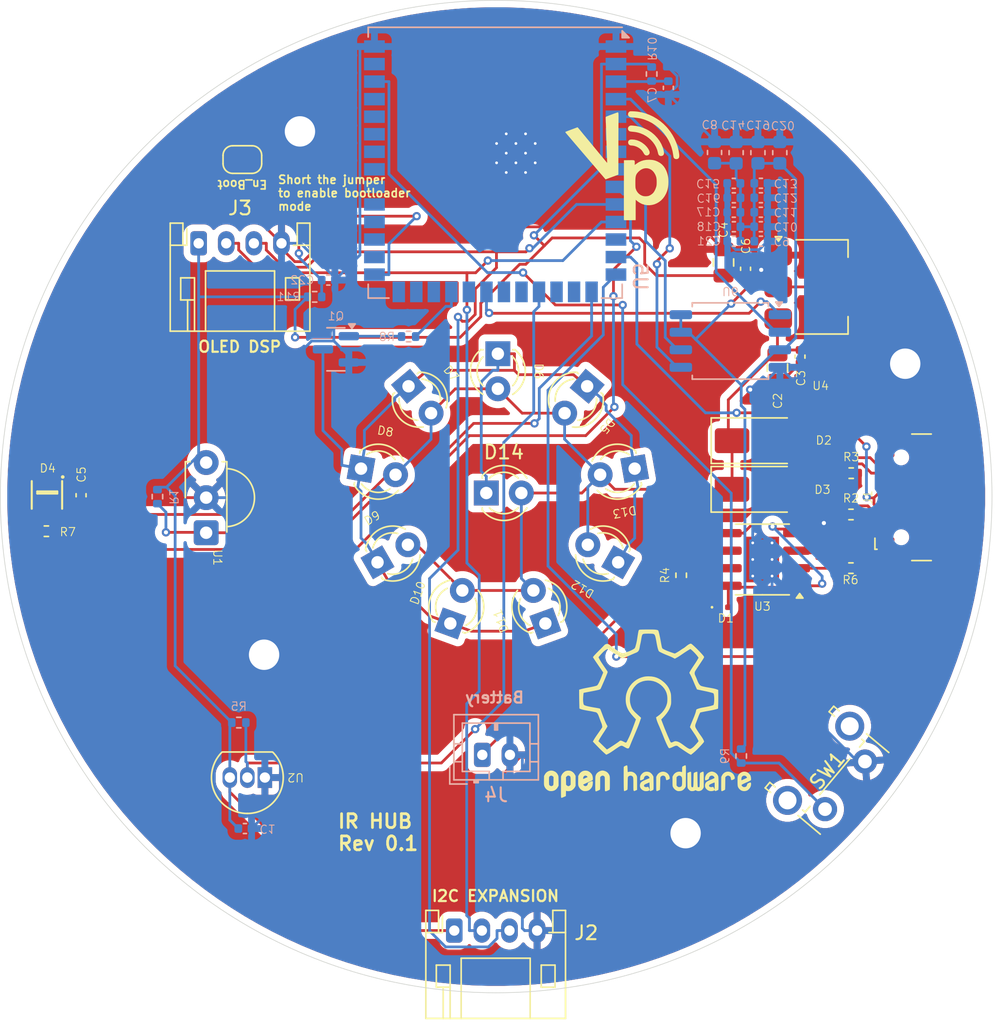
<source format=kicad_pcb>
(kicad_pcb (version 20241229) (generator "pcbnew") (generator_version "9.0")
  (layers (0 "F.Cu" signal) (2 "B.Cu" signal) (13 "F.Paste" user) (15 "B.Paste" user) (5 "F.SilkS" user "F.Silkscreen") (7 "B.SilkS" user "B.Silkscreen") (1 "F.Mask" user) (3 "B.Mask" user) (25 "Edge.Cuts" user))
  (net 0 "")
  (net 1 "+3.3V")
  (net 2 "GND")
  (net 3 "VCC")
  (net 4 "/EN")
  (net 5 "Net-(En_Boot1-A)")
  (net 6 "Net-(D1-A)")
  (net 7 "Net-(D1-K)")
  (net 8 "+BATT")
  (net 10 "Net-(D4-DIN)")
  (net 11 "Net-(D10-K)")
  (net 12 "Net-(J1-CC1)")
  (net 13 "Net-(J1-CC2)")
  (net 14 "/DN")
  (net 15 "/DP")
  (net 18 "/IO17_SDA")
  (net 19 "/IO18_SCL")
  (net 20 "Net-(Q1-B)")
  (net 21 "/IO3")
  (net 22 "Net-(U3-~{CHRG})")
  (net 23 "/IO10")
  (net 24 "Net-(U3-PROG)")
  (net 25 "/IO16")
  (net 26 "/IO21")
  (net 27 "/IO2")
  (net 34 "/IO13")
  (net 38 "/IO5")
  (net 44 "/IO4")
  (net 46 "/IO15")
  (footprint "LED_THT:LED_D3.0mm_IRBlack" (layer "F.Cu") (at 150.5945 94.0388 70)
    (property "Reference" "D10")
    (property "Value" "TSAL4400")
  )
  (footprint "LED_THT:LED_D3.0mm_IRBlack" (layer "F.Cu") (at 162.7546 89.6129 150)
    (property "Reference" "D12")
    (property "Value" "TSAL4400")
  )
  (footprint "LED_THT:LED_D3.0mm_IRBlack" (layer "F.Cu") (at 153.1996 84.596)
    (property "Reference" "D14")
    (property "Value" "TSAL4400")
  )
  (footprint "Connector_JST:JST_PH_S4B-PH-K_1x04_P2.00mm_Horizontal" (layer "F.Cu") (at 150.8799 116.2717)
    (property "Reference" "J2")
    (property "Value" "I2C EXPANSION" (hide yes))
  )
  (footprint "" (layer "F.Cu") (at 183.55065 75.236419)
    (property "Reference" "")
    (property "Value" "")
  )
  (footprint "Resistor_SMD:R_0402_1005Metric" (layer "F.Cu") (at 167.3196 90.5492 90)
    (property "Reference" "R4")
    (property "Value" "1K" (hide yes))
  )
  (footprint "LED_THT:LED_D3.0mm_IRBlack" (layer "F.Cu") (at 145.3198 89.6129 30)
    (property "Reference" "D9")
    (property "Value" "TSAL4400")
  )
  (footprint "LED_THT:LED_D3.0mm_IRBlack" (layer "F.Cu") (at 157.48 94.0388 110)
    (property "Reference" "D11")
    (property "Value" "TSAL4400")
  )
  (footprint "Capacitor_SMD:C_0402_1005Metric" (layer "F.Cu") (at 123.8433 84.7564 90)
    (property "Reference" "C5")
    (property "Value" "0.1uf" (hide yes))
  )
  (footprint "Resistor_SMD:R_0402_1005Metric" (layer "F.Cu") (at 179.6209 86.1514)
    (property "Reference" "R2")
    (property "Value" "5.1K" (hide yes))
  )
  (footprint "Capacitor_SMD:C_0402_1005Metric" (layer "F.Cu") (at 175.9253 74.7232 -90)
    (property "Reference" "C3")
    (property "Value" "0.1uf" (hide yes))
  )
  (footprint "" (layer "F.Cu") (at 139.7 58.42)
    (property "Reference" "")
    (property "Value" "")
  )
  (footprint "Capacitor_SMD:C_0805_2012Metric" (layer "F.Cu") (at 170.3851 67.9071 90)
    (property "Reference" "C4")
    (property "Value" "22uf" (hide yes))
  )
  (footprint "" (layer "F.Cu") (at 137.101413 96.302615)
    (property "Reference" "")
    (property "Value" "")
  )
  (footprint "Resistor_SMD:R_0402_1005Metric" (layer "F.Cu") (at 179.6377 83.1605)
    (property "Reference" "R3")
    (property "Value" "5.1K" (hide yes))
  )
  (footprint "vp logo:Open HW" (layer "F.Cu") (at 164.880074 100.567032)
    (property "Reference" "G***" (hide yes))
    (property "Value" "LOGO" (hide yes))
  )
  (footprint "LED_THT:LED_D3.0mm_IRBlack" (layer "F.Cu") (at 160.5075 76.8689 -130)
    (property "Reference" "D5")
    (property "Value" "TSAL4400")
  )
  (footprint "LED_THT:LED_D3.0mm_IRBlack" (layer "F.Cu") (at 154.0372 74.5139 -90)
    (property "Reference" "D6")
    (property "Value" "TSAL4400")
  )
  (footprint "Resistor_SMD:R_0402_1005Metric" (layer "F.Cu") (at 179.6171 90.0345 180)
    (property "Reference" "R6")
    (property "Value" "5K" (hide yes))
  )
  (footprint "LED_THT:LED_D3.0mm_IRBlack" (layer "F.Cu") (at 147.5669 76.8689 -50)
    (property "Reference" "D7")
    (property "Value" "TSAL4400")
  )
  (footprint "Capacitor_SMD:C_0805_2012Metric" (layer "F.Cu") (at 174.2934 75.5184 -90)
    (property "Reference" "C2")
    (property "Value" "10uf" (hide yes))
  )
  (footprint "Button_Switch_THT:SW_Tactile_SPST_Angled_PTS645Vx83-2LFS" (layer "F.Cu") (at 180.634 104.0346 -130)
    (property "Reference" "SW1")
    (property "Value" "BTN" (hide yes))
  )
  (footprint "MountingHole:MountingHole_2.2mm_M2_DIN965_Pad" (layer "F.Cu") (at 167.64 109.22)
    (property "Reference" "REF**" (hide yes))
    (property "Value" "MountingHole_2.2mm_M2_DIN965_Pad")
  )
  (footprint "OptoDevice:Vishay_MINICAST-3Pin" (layer "F.Cu") (at 132.9048 87.4714 90)
    (property "Reference" "U1")
    (property "Value" "TSOP384xx")
  )
  (footprint "Connector_USB:USB_C_Receptacle_GCT_USB4110" (layer "F.Cu") (at 185.8713 84.9084 90)
    (property "Reference" "J1")
    (property "Value" "USB_C_Receptacle_USB2.0_16P" (hide yes))
  )
  (footprint "LED_SMD:LED_0201_0603Metric" (layer "F.Cu") (at 170.4118 92.8661)
    (property "Reference" "D1")
    (property "Value" "BAT_Ch" (hide yes))
  )
  (footprint "Diode_SMD:D_SMA" (layer "F.Cu") (at 172.9991 84.3285)
    (property "Reference" "D3")
    (property "Value" "SS14" (hide yes))
  )
  (footprint "vp logo:vp logo" (layer "F.Cu") (at 163.32601 60.938408)
    (property "Reference" "G***" (hide yes))
    (property "Value" "LOGO" (hide yes))
  )
  (footprint "WS2812C 2020 LED:LED-SMD_4P-L2.0-W2.0-TL_WS2812B-2020" (layer "F.Cu") (at 121.37 84.735 -90)
    (property "Reference" "D4")
    (property "Value" "WS2812B-2020" (hide yes))
  )
  (footprint "Package_SO:SOIC-8-1EP_3.9x4.9mm_P1.27mm_EP2.41x3.3mm_ThermalVias" (layer "F.Cu") (at 173.2027 89.4078 180)
    (property "Reference" "U3")
    (property "Value" "TP4056-42-ESOP8" (hide yes))
  )
  (footprint "LED_THT:LED_D3.0mm_IRBlack" (layer "F.Cu") (at 163.9503 82.8319 -170)
    (property "Reference" "D13")
    (property "Value" "TSAL4400")
  )
  (footprint "Package_TO_SOT_SMD:SOT-223-3_TabPin2" (layer "F.Cu") (at 177.499 69.6786)
    (property "Reference" "U4")
    (property "Value" "AMS1117-3.3" (hide yes))
  )
  (footprint "LED_THT:LED_D3.0mm_IRBlack" (layer "F.Cu") (at 144.1242 82.8319 -10)
    (property "Reference" "D8")
    (property "Value" "TSAL4400")
  )
  (footprint "Jumper:SolderJumper-2_P1.3mm_Open_RoundedPad1.0x1.5mm" (layer "F.Cu") (at 135.5283 60.4575 180)
    (property "Reference" "En_Boot")
    (property "Value" "SolderJumper_2_Open" (hide yes))
  )
  (footprint "Resistor_SMD:R_0402_1005Metric" (layer "F.Cu") (at 121.3299 87.3617)
    (property "Reference" "R7")
    (property "Value" "330R" (hide yes))
  )
  (footprint "Package_TO_SOT_THT:TO-92_Inline" (layer "F.Cu") (at 137.16 105.1933 180)
    (property "Reference" "U2")
    (property "Value" "DS18B20")
  )
  (footprint "Capacitor_SMD:C_0402_1005Metric" (layer "F.Cu") (at 171.9828 68.3648 90)
    (property "Reference" "C6")
    (property "Value" "0.1uf" (hide yes))
  )
  (footprint "Connector_JST:JST_PH_S4B-PH-K_1x04_P2.00mm_Horizontal" (layer "F.Cu") (at 132.3613 66.5205)
    (property "Reference" "J3")
    (property "Value" "OLED DSP" (hide yes))
  )
  (footprint "Diode_SMD:D_SMA" (layer "F.Cu") (at 173.0041 80.8107)
    (property "Reference" "D2")
    (property "Value" "SS14" (hide yes))
  )
  (footprint "Resistor_SMD:R_0402_1005Metric" (layer "B.Cu") (at 147.5716 73.2705 180)
    (property "Reference" "R8")
    (property "Value" "1K" (hide yes))
  )
  (footprint "Resistor_SMD:R_0402_1005Metric" (layer "B.Cu") (at 140.7659 70.3961)
    (property "Reference" "R11")
    (property "Value" "10K" (hide yes))
  )
  (footprint "Capacitor_SMD:C_0402_1005Metric" (layer "B.Cu") (at 173.098 66.3676)
    (property "Reference" "C9")
    (property "Value" "10uF" (hide yes))
  )
  (footprint "Capacitor_SMD:C_0402_1005Metric" (layer "B.Cu") (at 135.7137 108.8858)
    (property "Reference" "C1")
    (property "Value" "100NF" (hide yes))
  )
  (footprint "Package_TO_SOT_SMD:SOT-23" (layer "B.Cu") (at 142.3029 74.1939 180)
    (property "Reference" "Q1")
    (property "Value" "SS8050" (hide yes))
  )
  (footprint "Capacitor_SMD:C_0603_1608Metric" (layer "B.Cu") (at 174.4629 59.9574 -90)
    (property "Reference" "C20")
    (property "Value" "10uF" (hide yes))
  )
  (footprint "Resistor_SMD:R_0402_1005Metric" (layer "B.Cu") (at 135.2713 101.2143 180)
    (property "Reference" "R5")
    (property "Value" "4.7K" (hide yes))
  )
  (footprint "Resistor_SMD:R_0402_1005Metric" (layer "B.Cu") (at 165.179 54.2644 -90)
    (property "Reference" "R10")
    (property "Value" "10K" (hide yes))
  )
  (footprint "Capacitor_SMD:C_0402_1005Metric" (layer "B.Cu") (at 141.753 69.1852)
    (property "Reference" "C22")
    (property "Value" "1uF" (hide yes))
  )
  (footprint "Capacitor_SMD:C_0402_1005Metric" (layer "B.Cu") (at 171.1351 66.3669)
    (property "Reference" "C21")
    (property "Value" "10uF" (hide yes))
  )
  (footprint "Capacitor_SMD:C_0402_1005Metric" (layer "B.Cu") (at 171.1351 63.2265)
    (property "Reference" "C16")
    (property "Value" "100 nF" (hide yes))
  )
  (footprint "Capacitor_SMD:C_0402_1005Metric" (layer "B.Cu") (at 173.0898 64.2719)
    (property "Reference" "C11")
    (property "Value" "100 nF" (hide yes))
  )
  (footprint "Resistor_SMD:R_0402_1005Metric" (layer "B.Cu") (at 171.6676 103.6348 -90)
    (property "Reference" "R9")
    (property "Value" "330R" (hide yes))
  )
  (footprint "Capacitor_SMD:C_0402_1005Metric" (layer "B.Cu") (at 173.0939 62.1761)
    (property "Reference" "C13")
    (property "Value" "100 nF" (hide yes))
  )
  (footprint "Capacitor_SMD:C_0402_1005Metric" (layer "B.Cu") (at 171.1307 64.2762)
    (property "Reference" "C17")
    (property "Value" "100 nF" (hide yes))
  )
  (footprint "Capacitor_SMD:C_0402_1005Metric" (layer "B.Cu") (at 171.1307 62.1812)
    (property "Reference" "C15")
    (property "Value" "10uF" (hide yes))
  )
  (footprint "Capacitor_SMD:C_0402_1005Metric" (layer "B.Cu") (at 166.3898 55.2676 -90)
    (property "Reference" "C7")
    (property "Value" "1uF" (hide yes))
  )
  (footprint "Capacitor_SMD:C_0402_1005Metric" (layer "B.Cu") (at 173.0939 63.224)
    (property "Reference" "C12")
    (property "Value" "100 nF" (hide yes))
  )
  (footprint "Capacitor_SMD:C_0603_1608Metric" (layer "B.Cu") (at 169.7366 59.9471 90)
    (property "Reference" "C8")
    (property "Value" "22 uF" (hide yes))
  )
  (footprint "RF_Module:ESP32-S3-WROOM-1U" (layer "B.Cu") (at 153.8451 60.6854 180)
    (property "Reference" "U5")
    (property "Value" "ESP32-S3-WROOM-2" (hide yes))
  )
  (footprint "Capacitor_SMD:C_0603_1608Metric" (layer "B.Cu") (at 172.8796 59.9574 90)
    (property "Reference" "C19")
    (property "Value" "10uF" (hide yes))
  )
  (footprint "Capacitor_SMD:C_0402_1005Metric" (layer "B.Cu") (at 171.1351 65.3216)
    (property "Reference" "C18")
    (property "Value" "100 nF" (hide yes))
  )
  (footprint "Capacitor_SMD:C_0402_1005Metric" (layer "B.Cu") (at 173.0887 65.3195)
    (property "Reference" "C10")
    (property "Value" "10uF" (hide yes))
  )
  (footprint "Connector_JST:JST_PH_B2B-PH-K_1x02_P2.00mm_Vertical" (layer "B.Cu") (at 152.912 103.5523)
    (property "Reference" "J4")
    (property "Value" "battery" (hide yes))
  )
  (footprint "Capacitor_SMD:C_0603_1608Metric" (layer "B.Cu") (at 171.301 59.9581 90)
    (property "Reference" "C14")
    (property "Value" "22 uF" (hide yes))
  )
  (footprint "Package_SO:SOIC-8_5.3x5.3mm_P1.27mm" (layer "B.Cu") (at 170.8825 73.5929 180)
    (property "Reference" "U6")
    (property "Value" "W25Q32JVSS" (hide yes))
  )
  (footprint "Resistor_SMD:R_0402_1005Metric" (layer "B.Cu") (at 129.3747 84.8584 90)
    (property "Reference" "R1")
    (property "Value" "10K" (hide yes))
  )
  (gr_circle (center 153.915292 84.853722) (end 179.315292 110.253722) (stroke (width 0.05)) (fill no) (layer "Edge.Cuts"))
  (gr_text "Short the jumper \nto enable bootloader \nmode" (at 138.048989 64.198501 0) (layer "F.SilkS") (effects (font (size 0.6 0.6) (thickness 0.12) (bold yes)) (justify left bottom)))
  (gr_text "IR HUB\nRev 0.1" (at 142.345917 110.552669 0) (layer "F.SilkS") (effects (font (size 1 1) (thickness 0.2) (bold yes)) (justify left bottom)))
  (gr_text "I2C EXPANSION" (at 149.169161 114.238344 0) (layer "F.SilkS") (effects (font (size 0.8 0.8) (thickness 0.16) (bold yes)) (justify left bottom)))
  (gr_text "OLED DSP" (at 132.239531 74.476176 0) (layer "F.SilkS") (effects (font (size 0.8 0.8) (thickness 0.16) (bold yes)) (justify left bottom)))
  (gr_text "Battery" (at 156.018509 99.871268 0) (layer "B.SilkS") (effects (font (size 0.8 0.8) (thickness 0.16) (bold yes)) (justify left bottom mirror)))
  (segment (start 151.3052 73.3272) (end 139.3478 73.3272) (width 0.2) (layer "F.Cu") (net 1))
  (segment (start 165.5192 68.8571) (end 164.6777 68.0156) (width 0.2) (layer "F.Cu") (net 1))
  (segment (start 170.3851 68.8571) (end 165.5192 68.8571) (width 0.2) (layer "F.Cu") (net 1))
  (segment (start 172.1503 69.0123) (end 171.9828 68.8448) (width 0.2) (layer "F.Cu") (net 1))
  (segment (start 171.9705 68.8571) (end 171.9828 68.8448) (width 0.2) (layer "F.Cu") (net 1))
  (segment (start 174.349 69.6786) (end 172.1503 69.6786) (width 0.2) (layer "F.Cu") (net 1))
  (segment (start 172.1503 69.6786) (end 170.9375 70.8914) (width 0.2) (layer "F.Cu") (net 1))
  (segment (start 180.649 69.6786) (end 174.349 69.6786) (width 0.2) (layer "F.Cu") (net 1))
  (segment (start 144.6467 116.2717) (end 134.62 106.245) (width 0.2) (layer "F.Cu") (net 1))
  (segment (start 164.6777 66.5202) (end 164.2912 66.1337) (width 0.2) (layer "F.Cu") (net 1))
  (segment (start 157.4073 66.6959) (end 156.6526 65.9413) (width 0.2) (layer "F.Cu") (net 1))
  (segment (start 156.0633 68.0399) (end 155.6159 68.0399) (width 0.2) (layer "F.Cu") (net 1))
  (segment (start 157.4073 66.6959) (end 156.0633 68.0399) (width 0.2) (layer "F.Cu") (net 1))
  (segment (start 134.62 105.1933) (end 134.62 106.245) (width 0.2) (layer "F.Cu") (net 1))
  (segment (start 152.8001 70.8557) (end 152.8001 71.8323) (width 0.2) (layer "F.Cu") (net 1))
  (segment (start 164.2912 66.1337) (end 157.9695 66.1337) (width 0.2) (layer "F.Cu") (net 1))
  (segment (start 150.8799 116.2717) (end 144.6467 116.2717) (width 0.2) (layer "F.Cu") (net 1))
  (segment (start 155.6159 68.0399) (end 152.8001 70.8557) (width 0.2) (layer "F.Cu") (net 1))
  (segment (start 164.6777 68.0156) (end 164.6777 66.5202) (width 0.2) (layer "F.Cu") (net 1))
  (segment (start 152.8001 71.8323) (end 151.3052 73.3272) (width 0.2) (layer "F.Cu") (net 1))
  (segment (start 170.3851 68.8571) (end 171.9705 68.8571) (width 0.2) (layer "F.Cu") (net 1))
  (segment (start 157.9695 66.1337) (end 157.4073 66.6959) (width 0.2) (layer "F.Cu") (net 1))
  (segment (start 172.1503 69.6786) (end 172.1503 69.0123) (width 0.2) (layer "F.Cu") (net 1))
  (via (at 156.6526 65.9413) (size 0.6) (drill 0.3) (layers "F.Cu" "B.Cu") (net 1))
  (via (at 170.9375 70.8914) (size 0.6) (drill 0.3) (layers "F.Cu" "B.Cu") (net 1))
  (via (at 139.3478 73.3272) (size 0.6) (drill 0.3) (layers "F.Cu" "B.Cu") (net 1))
  (segment (start 168.3623 73.4666) (end 171.6676 76.772) (width 0.2) (layer "B.Cu") (net 1))
  (segment (start 135.2337 108.8858) (end 134.62 108.2721) (width 0.2) (layer "B.Cu") (net 1))
  (segment (start 162.5951 53.5454) (end 164.97 53.5454) (width 0.2) (layer "B.Cu") (net 1))
  (segment (start 171.301 61.8715) (end 171.6107 62.1812) (width 0.2) (layer "B.Cu") (net 1))
  (segment (start 171.29 60.7221) (end 171.301 60.7331) (width 0.2) (layer "B.Cu") (net 1))
  (segment (start 170.9375 70.8914) (end 168.3623 73.4666) (width 0.2) (layer "B.Cu") (net 1))
  (segment (start 134.7613 101.2143) (end 134.62 101.3556) (width 0.2) (layer "B.Cu") (net 1))
  (segment (start 172.6098 63.2281) (end 172.6098 64.2719) (width 0.2) (layer "B.Cu") (net 1))
  (segment (start 174.47 74.2279) (end 174.7483 74.2279) (width 0.2) (layer "B.Cu") (net 1))
  (segment (start 130.0348 84.1744) (end 132.3613 81.8479) (width 0.2) (layer "B.Cu") (net 1))
  (segment (start 171.6151 64.2718) (end 171.6151 63.2265) (width 0.2) (layer "B.Cu") (net 1))
  (segment (start 167.8535 72.9579) (end 168.3623 73.4666) (width 0.2) (layer "B.Cu") (net 1))
  (segment (start 171.6151 64.2806) (end 171.6151 65.3216) (width 0.2) (layer "B.Cu") (net 1))
  (segment (start 172.6139 63.224) (end 172.6098 63.2281) (width 0.2) (layer "B.Cu") (net 1))
  (segment (start 130.0347 84.1744) (end 129.5487 84.1744) (width 0.2) (layer "B.Cu") (net 1))
  (segment (start 175.6185 61.888) (end 174.4629 60.7324) (width 0.2) (layer "B.Cu") (net 1))
  (segment (start 172.6087 66.3583) (end 172.6087 65.3216) (width 0.2) (layer "B.Cu") (net 1))
  (segment (start 156.6526 65.9413) (end 161.5434 61.0505) (width 0.2) (layer "B.Cu") (net 1))
  (segment (start 171.301 60.7331) (end 171.301 61.8715) (width 0.2) (layer "B.Cu") (net 1))
  (segment (start 174.4629 60.7324) (end 172.8796 60.7324) (width 0.2) (layer "B.Cu") (net 1))
  (segment (start 172.6139 60.9981) (end 172.6139 62.1761) (width 0.2) (layer "B.Cu") (net 1))
  (segment (start 132.3613 70.3961) (end 132.3613 81.8479) (width 0.2) (layer "B.Cu") (net 1))
  (segment (start 171.9376 78.5432) (end 171.6676 78.2732) (width 0.2) (layer "B.Cu") (net 1))
  (segment (start 172.6087 65.3216) (end 171.6151 65.3216) (width 0.2) (layer "B.Cu") (net 1))
  (segment (start 164.97 53.5454) (end 165.179 53.7544) (width 0.2) (layer "B.Cu") (net 1))
  (segment (start 172.6087 65.3216) (end 172.6087 65.3195) (width 0.2) (layer "B.Cu") (net 1))
  (segment (start 134.62 101.3556) (end 134.62 105.1933) (width 0.2) (layer "B.Cu") (net 1))
  (segment (start 130.658 84.7977) (end 130.0348 84.1744) (width 0.2) (layer "B.Cu") (net 1))
  (segment (start 172.6098 65.3184) (end 172.6098 64.2719) (width 0.2) (layer "B.Cu") (net 1))
  (segment (start 171.6107 63.2221) (end 171.6107 62.1812) (width 0.2) (layer "B.Cu") (net 1))
  (segment (start 130.658 97.111) (end 130.658 84.7977) (width 0.2) (layer "B.Cu") (net 1))
  (segment (start 140.2559 70.3961) (end 139.3478 71.3042) (width 0.2) (layer "B.Cu") (net 1))
  (segment (start 171.6107 64.2762) (end 171.6151 64.2806) (width 0.2) (layer "B.Cu") (net 1))
  (segment (start 171.6107 64.2762) (end 171.6151 64.2718) (width 0.2) (layer "B.Cu") (net 1))
  (segment (start 140.2559 70.3961) (end 132.3613 70.3961) (width 0.2) (layer "B.Cu") (net 1))
  (segment (start 134.62 108.2721) (end 134.62 105.1933) (width 0.2) (layer "B.Cu") (net 1))
  (segment (start 161.5434 61.0505) (end 161.5434 53.5454) (width 0.2) (layer "B.Cu") (net 1))
  (segment (start 175.6185 73.3577) (end 175.6185 61.888) (width 0.2) (layer "B.Cu") (net 1))
  (segment (start 139.3478 71.3042) (end 139.3478 73.3272) (width 0.2) (layer "B.Cu") (net 1))
  (segment (start 132.3613 66.5205) (end 132.3613 70.3961) (width 0.2) (layer "B.Cu") (net 1))
  (segment (start 169.7366 60.7221) (end 171.29 60.7221) (width 0.2) (layer "B.Cu") (net 1))
  (segment (start 167.295 72.9579) (end 167.8535 72.9579) (width 0.2) (layer "B.Cu") (net 1))
  (segment (start 129.5487 84.1744) (end 129.3747 84.3484) (width 0.2) (layer "B.Cu") (net 1))
  (segment (start 171.6676 78.2732) (end 171.6676 76.772) (width 0.2) (layer "B.Cu") (net 1))
  (segment (start 172.8796 60.7324) (end 172.6139 60.9981) (width 0.2) (layer "B.Cu") (net 1))
  (segment (start 171.6151 63.2265) (end 171.6107 63.2221) (width 0.2) (layer "B.Cu") (net 1))
  (segment (start 174.7483 74.2279) (end 175.6185 73.3577) (width 0.2) (layer "B.Cu") (net 1))
  (segment (start 162.5951 53.5454) (end 161.5434 53.5454) (width 0.2) (layer "B.Cu") (net 1))
  (segment (start 174.2117 74.2279) (end 174.47 74.2279) (width 0.2) (layer "B.Cu") (net 1))
  (segment (start 134.7613 101.2143) (end 130.658 97.111) (width 0.2) (layer "B.Cu") (net 1))
  (segment (start 171.6151 66.3669) (end 171.6151 65.3216) (width 0.2) (layer "B.Cu") (net 1))
  (segment (start 172.6139 63.224) (end 172.6139 62.1761) (width 0.2) (layer "B.Cu") (net 1))
  (segment (start 171.9376 102.8548) (end 171.9376 78.5432) (width 0.2) (layer "B.Cu") (net 1))
  (segment (start 132.3613 81.8479) (end 132.9048 82.3914) (width 0.2) (layer "B.Cu") (net 1))
  (segment (start 171.6676 76.772) (end 174.2117 74.2279) (width 0.2) (layer "B.Cu") (net 1))
  (segment (start 171.6676 103.1248) (end 171.9376 102.8548) (width 0.2) (layer "B.Cu") (net 1))
  (segment (start 167.295 72.9579) (end 167.295 71.6879) (width 0.2) (layer "B.Cu") (net 1))
  (segment (start 172.6087 65.3195) (end 172.6098 65.3184) (width 0.2) (layer "B.Cu") (net 1))
  (segment (start 172.618 66.3676) (end 172.6087 66.3583) (width 0.2) (layer "B.Cu") (net 1))
  (segment (start 130.0348 84.1744) (end 130.0347 84.1744) (width 0.2) (layer "B.Cu") (net 1))
  (segment (start 124.4983 84.9314) (end 123.8433 84.2764) (width 0.2) (layer "F.Cu") (net 2))
  (segment (start 134.8783 63.0375) (end 138.3613 66.5205) (width 0.2) (layer "F.Cu") (net 2))
  (segment (start 173.6492 77.1126) (end 174.2934 76.4684) (width 0.2) (layer "F.Cu") (net 2))
  (segment (start 180.1309 86.3217) (end 180.1309 86.1514) (width 0.2) (layer "F.Cu") (net 2))
  (segment (start 173.9027 89.4078) (end 173.2027 89.4078) (width 0.2) (layer "F.Cu") (net 2))
  (segment (start 174.4677 88.7728) (end 175.6777 88.7728) (width 0.2) (layer "F.Cu") (net 2))
  (segment (start 180.7182 89.4434) (end 180.1271 90.0345) (width 0.2) (layer "F.Cu") (net 2))
  (segment (start 182.1913 89.4434) (end 180.7182 89.4434) (width 0.2) (layer "F.Cu") (net 2))
  (segment (start 180.1477 83.1605) (end 178.5387 84.7695) (width 0.2) (layer "F.Cu") (net 2))
  (segment (start 173.1182 68.4432) (end 173.1182 67.8848) (width 0.2) (layer "F.Cu") (net 2))
  (segment (start 173.1182 67.8848) (end 173.8428 67.8848) (width 0.2) (layer "F.Cu") (net 2))
  (segment (start 142.4385 65.3303) (end 139.92 67.8488) (width 0.2) (layer "F.Cu") (net 2))
  (segment (start 153.9451 59.2954) (end 155.3451 59.2954) (width 0.2) (layer "F.Cu") (net 2))
  (segment (start 178.5387 86.5175) (end 178.5399 86.5163) (width 0.2) (layer "F.Cu") (net 2))
  (segment (start 179.4363 76.4684) (end 182.7663 79.7984) (width 0.2) (layer "F.Cu") (net 2))
  (segment (start 132.9048 84.9314) (end 124.4983 84.9314) (width 0.2) (layer "F.Cu") (net 2))
  (segment (start 171.9828 67.8848) (end 173.1182 67.8848) (width 0.2) (layer "F.Cu") (net 2))
  (segment (start 174.6601 76.4684) (end 175.9253 75.2032) (width 0.2) (layer "F.Cu") (net 2))
  (segment (start 182.1913 81.7084) (end 182.191299 81.7084) (width 0.2) (layer "F.Cu") (net 2))
  (segment (start 156.0451 65.3303) (end 156.0451 61.3954) (width 0.2) (layer "F.Cu") (net 2))
  (segment (start 182.7663 79.7984) (end 182.7663 81.1334) (width 0.2) (layer "F.Cu") (net 2))
  (segment (start 181.5269 88.7728) (end 182.1913 88.1084) (width 0.2) (layer "F.Cu") (net 2))
  (segment (start 177.6569 86.7714) (end 179.5109 86.7714) (width 0.2) (layer "F.Cu") (net 2))
  (segment (start 138.3613 66.8845) (end 138.3613 66.5205) (width 0.2) (layer "F.Cu") (net 2))
  (segment (start 186.6963 79.7984) (end 182.7663 79.7984) (width 0.2) (layer "F.Cu") (net 2))
  (segment (start 123.548 84.5717) (end 123.8433 84.2764) (width 0.2) (layer "F.Cu") (net 2))
  (segment (start 173.8428 67.8848) (end 174.349 67.3786) (width 0.2) (layer "F.Cu") (net 2))
  (segment (start 172.3175 77.1126) (end 173.6492 77.1126) (width 0.2) (layer "F.Cu") (net 2))
  (segment (start 156.296 104.0346) (end 155.8137 103.5523) (width 0.2) (layer "F.Cu") (net 2))
  (segment (start 154.6451 59.9954) (end 156.0451 59.9954) (width 0.2) (layer "F.Cu") (net 2))
  (segment (start 139.3256 67.8488) (end 138.3613 66.8845) (width 0.2) (layer "F.Cu") (net 2))
  (segment (start 171.3128 67.8848) (end 171.9828 67.8848) (width 0.2) (layer "F.Cu") (net 2))
  (segment (start 182.7663 81.1334) (end 182.1913 81.7084) (width 0.2) (layer "F.Cu") (net 2))
  (segment (start 172.5027 89.4078) (end 173.2027 89.4078) (width 0.2) (layer "F.Cu") (net 2))
  (segment (start 178.28924 86.7714) (end 177.6569 86.7714) (width 0.2) (layer "F.Cu") (net 2))
  (segment (start 173.9027 88.2078) (end 174.4677 88.7728) (width 0.2) (layer "F.Cu") (net 2))
  (segment (start 175.6777 88.7728) (end 181.5269 88.7728) (width 0.2) (layer "F.Cu") (net 2))
  (segment (start 179.5109 86.7714) (end 180.1309 86.1514) (width 0.2) (layer "F.Cu") (net 2))
  (segment (start 156.0451 65.3303) (end 142.4385 65.3303) (width 0.2) (layer "F.Cu") (net 2))
  (segment (start 170.3851 66.9571) (end 168.7583 65.3303) (width 0.2) (layer "F.Cu") (net 2))
  (segment (start 120.82 83.82) (end 120.82 84.5717) (width 0.2) (layer "F.Cu") (net 2))
  (segment (start 170.3851 66.9571) (end 171.3128 67.8848) (width 0.2) (layer "F.Cu") (net 2))
  (segment (start 137.16 105.1933) (end 154.1727 105.1933) (width 0.2) (layer "F.Cu") (net 2))
  (segment (start 174.5052 76.4684) (end 179.4363 76.4684) (width 0.2) (layer "F.Cu") (net 2))
  (segment (start 174.5052 76.4684) (end 174.6601 76.4684) (width 0.2) (layer "F.Cu") (net 2))
  (segment (start 186.6963 90.0184) (end 182.7663 90.0184) (width 0.2) (layer "F.Cu") (net 2))
  (segment (start 156.7451 60.6954) (end 155.3451 60.6954) (width 0.2) (layer "F.Cu") (net 2))
  (segment (start 154.6451 61.3954) (end 156.0451 61.3954) (width 0.2) (layer "F.Cu") (net 2))
  (segment (start 134.8783 60.4575) (end 134.8783 63.0375) (width 0.2) (layer "F.Cu") (net 2))
  (segment (start 154.912 103.5523) (end 155.8137 103.5523) (width 0.2) (layer "F.Cu") (net 2))
  (segment (start 174.2934 76.4684) (end 174.5052 76.4684) (width 0.2) (layer "F.Cu") (net 2))
  (segment (start 182.1913 89.4434) (end 182.7663 90.0184) (width 0.2) (layer "F.Cu") (net 2))
  (segment (start 177.6569 86.7714) (end 178.2848 86.7714) (width 0.2) (layer "F.Cu") (net 2))
  (segment (start 178.2848 86.7714) (end 178.5387 86.5175) (width 0.2) (layer "F.Cu") (net 2))
  (segment (start 178.5387 84.7695) (end 178.5387 86.5175) (width 0.2) (layer "F.Cu") (net 2))
  (segment (start 180.634 104.0346) (end 156.296 104.0346) (width 0.2) (layer "F.Cu") (net 2))
  (segment (start 139.92 67.8488) (end 139.3256 67.8488) (width 0.2) (layer "F.Cu") (net 2))
  (segment (start 168.7583 65.3303) (end 156.0451 65.3303) (width 0.2) (layer "F.Cu") (net 2))
  (segment (start 120.82 84.5717) (end 123.548 84.5717) (width 0.2) (layer "F.Cu") (net 2))
  (segment (start 178.5399 86.52074) (end 178.28924 86.7714) (width 0.2) (layer "F.Cu") (net 2))
  (segment (start 154.1727 105.1933) (end 155.8137 103.5523) (width 0.2) (layer "F.Cu") (net 2))
  (segment (start 178.5399 86.5163) (end 178.5399 86.52074) (width 0.2) (layer "F.Cu") (net 2))
  (segment (start 182.1913 88.1084) (end 182.1913 89.4434) (width 0.2) (layer "F.Cu") (net 2))
  (via (at 172.3175 77.1126) (size 0.6) (drill 0.3) (layers "F.Cu" "B.Cu") (net 2))
  (via (at 177.6569 86.7714) (size 0.6) (drill 0.3) (layers "F.Cu" "B.Cu") (net 2))
  (via (at 173.1182 68.4432) (size 0.6) (drill 0.3) (layers "F.Cu" "B.Cu") (net 2))
  (segment (start 169.7476 59.1831) (end 171.301 59.1831) (width 0.2) (layer "B.Cu") (net 2))
  (segment (start 171.2723 66.9841) (end 172.9615 66.9841) (width 0.2) (layer "B.Cu") (net 2))
  (segment (start 137.16 84.9314) (end 137.16 76.9769) (width 0.2) (layer "B.Cu") (net 2))
  (segment (start 173.5739 64.2678) (end 173.5698 64.2719) (width 0.2) (layer "B.Cu") (net 2))
  (segment (start 170.6507 63.2221) (end 170.6507 62.1812) (width 0.2) (layer "B.Cu") (net 2))
  (segment (start 142.1572 73.5916) (end 143.2404 74.6748) (width 0.2) (layer "B.Cu") (net 2))
  (segment (start 132.9048 84.9314) (end 137.16 84.9314) (width 0.2) (layer "B.Cu") (net 2))
  (segment (start 172.8796 59.1824) (end 174.4629 59.1824) (width 0.2) (layer "B.Cu") (net 2))
  (segment (start 173.5739 62.1761) (end 173.5739 63.224) (width 0.2) (layer "B.Cu") (net 2))
  (segment (start 172.9615 66.9841) (end 172.9615 68.2865) (width 0.2) (layer "B.Cu") (net 2))
  (segment (start 172.5027 89.4078) (end 172.5027 88.2078) (width 0.2) (layer "B.Cu") (net 2))
  (segment (start 172.5864 77.3815) (end 174.47 75.4979) (width 0.2) (layer "B.Cu") (net 2))
  (segment (start 172.8789 59.1831) (end 172.8796 59.1824) (width 0.2) (layer "B.Cu") (net 2))
  (segment (start 154.912 103.5523) (end 155.8137 103.5523) (width 0.2) (layer "B.Cu") (net 2))
  (segment (start 170.6507 64.2762) (end 170.6551 64.2806) (width 0.2) (layer "B.Cu") (net 2))
  (segment (start 169.7366 59.1721) (end 169.7476 59.1831) (width 0.2) (layer "B.Cu") (net 2))
  (segment (start 155.3451 59.9954) (end 155.3451 59.2954) (width 0.2) (layer "B.Cu") (net 2))
  (segment (start 154.6451 61.3954) (end 154.6451 59.9954) (width 0.2) (layer "B.Cu") (net 2))
  (segment (start 170.6551 66.3669) (end 171.2723 66.9841) (width 0.2) (layer "B.Cu") (net 2))
  (segment (start 170.6551 64.2806) (end 170.6551 65.3216) (width 0.2) (layer "B.Cu") (net 2))
  (segment (start 164.8853 52.2754) (end 162.5951 52.2754) (width 0.2) (layer "B.Cu") (net 2))
  (segment (start 156.8799 116.2717) (end 155.9782 116.2717) (width 0.2) (layer "B.Cu") (net 2))
  (segment (start 156.0451 59.9954) (end 156.0451 58.5954) (width 0.2) (layer "B.Cu") (net 2))
  (segment (start 169.7366 59.0944) (end 169.7366 59.1721) (width 0.2) (layer "B.Cu") (net 2))
  (segment (start 173.9027 97.8388) (end 173.9027 90.6078) (width 0.2) (layer "B.Cu") (net 2))
  (segment (start 173.5687 66.3583) (end 173.5687 65.3195) (width 0.2) (layer "B.Cu") (net 2))
  (segment (start 170.6507 64.2762) (end 170.6551 64.2718) (width 0.2) (layer "B.Cu") (net 2))
  (segment (start 174.47 75.4979) (end 177.6569 78.6848) (width 0.2) (layer "B.Cu") (net 2))
  (segment (start 167.0234 54.4135) (end 164.8853 52.2754) (width 0.2) (layer "B.Cu") (net 2))
  (segment (start 156.7451 57.0737) (end 156.7451 59.2954) (width 0.2) (layer "B.Cu") (net 2))
  (segment (start 173.9027 90.6078) (end 173.9027 89.4078) (width 0.2) (layer "B.Cu") (net 2))
  (segment (start 172.9615 68.2865) (end 173.1182 68.4432) (width 0.2) (layer "B.Cu") (net 2))
  (segment (start 156.7451 59.2954) (end 156.7451 60.6954) (width 0.2) (layer "B.Cu") (net 2))
  (segment (start 142.233 69.1852) (end 142.1572 69.261) (width 0.2) (layer "B.Cu") (net 2))
  (segment (start 142.233 69.0092) (end 142.233 69.1852) (width 0.2) (layer "B.Cu") (net 2))
  (segment (start 139.7443 66.5205) (end 142.233 69.0092) (width 0.2) (layer "B.Cu") (net 2))
  (segment (start 144.0434 67.3748) (end 142.233 69.1852) (width 0.2) (layer "B.Cu") (net 2))
  (segment (start 137.16 105.1933) (end 137.16 84.9314) (width 0.2) (layer "B.Cu") (net 2))
  (segment (start 155.3451 60.6954) (end 155.3451 59.9954) (width 0.2) (layer "B.Cu") (net 2))
  (segment (start 170.6551 65.3216) (end 170.6551 66.3669) (width 0.2) (layer "B.Cu") (net 2))
  (segment (start 138.3613 66.5205) (end 139.7443 66.5205) (width 0.2) (layer "B.Cu") (net 2))
  (segment (start 173.5698 65.3184) (end 173.5698 64.2719) (width 0.2) (layer "B.Cu") (net 2))
  (segment (start 140.5453 73.5916) (end 142.1572 73.5916) (width 0.2) (layer "B.Cu") (net 2))
  (segment (start 171.301 59.1831) (end 172.8789 59.1831) (width 0.2) (layer "B.Cu") (net 2))
  (segment (start 166.3898 55.7476) (end 169.7366 59.0944) (width 0.2) (layer "B.Cu") (net 2))
  (segment (start 154.6451 58.5954) (end 154.6451 59.9954) (width 0.2) (layer "B.Cu") (net 2))
  (segment (start 172.5864 77.3815) (end 172.3175 77.1126) (width 0.2) (layer "B.Cu") (net 2))
  (segment (start 180.0985 104.0346) (end 173.9027 97.8388) (width 0.2) (layer "B.Cu") (net 2))
  (segment (start 172.5027 77.4652) (end 172.5864 77.3815) (width 0.2) (layer "B.Cu") (net 2))
  (segment (start 173.5687 65.3195) (end 173.5698 65.3184) (width 0.2) (layer "B.Cu") (net 2))
  (segment (start 172.5027 88.2078) (end 172.5027 77.4652) (width 0.2) (layer "B.Cu") (net 2))
  (segment (start 172.9615 66.9841) (end 173.578 66.3676) (width 0.2) (layer "B.Cu") (net 2))
  (segment (start 173.9027 88.2078) (end 173.9027 89.4078) (width 0.2) (layer "B.Cu") (net 2))
  (segment (start 137.16 76.9769) (end 140.5453 73.5916) (width 0.2) (layer "B.Cu") (net 2))
  (segment (start 167.0234 55.114) (end 167.0234 54.4135) (width 0.2) (layer "B.Cu") (net 2))
  (segment (start 173.578 66.3676) (end 173.5687 66.3583) (width 0.2) (layer "B.Cu") (net 2))
  (segment (start 155.8137 116.1072) (end 155.9782 116.2717) (width 0.2) (layer "B.Cu") (net 2))
  (segment (start 137.16 105.1933) (end 137.16 107.9195) (width 0.2) (layer "B.Cu") (net 2))
  (segment (start 145.0951 52.2754) (end 144.0434 52.2754) (width 0.2) (layer "B.Cu") (net 2))
  (segment (start 142.1572 69.261) (end 142.1572 73.5916) (width 0.2) (layer "B.Cu") (net 2))
  (segment (start 166.3898 55.7476) (end 167.0234 55.114) (width 0.2) (layer "B.Cu") (net 2))
  (segment (start 162.5951 52.2754) (end 161.5434 52.2754) (width 0.2) (layer "B.Cu") (net 2))
  (segment (start 177.6569 78.6848) (end 177.6569 86.7714) (width 0.2) (layer "B.Cu") (net 2))
  (segment (start 161.5434 52.2754) (end 156.7451 57.0737) (width 0.2) (layer "B.Cu") (net 2))
  (segment (start 170.6551 63.2265) (end 170.6507 63.2221) (width 0.2) (layer "B.Cu") (net 2))
  (segment (start 173.5739 63.224) (end 173.5739 64.2678) (width 0.2) (layer "B.Cu") (net 2))
  (segment (start 143.2404 74.6748) (end 143.2404 75.1439) (width 0.2) (layer "B.Cu") (net 2))
  (segment (start 155.8137 103.5523) (end 155.8137 116.1072) (width 0.2) (layer "B.Cu") (net 2))
  (segment (start 172.5027 90.6078) (end 172.5027 89.4078) (width 0.2) (layer "B.Cu") (net 2))
  (segment (start 153.9451 59.2954) (end 153.9451 60.6954) (width 0.2) (layer "B.Cu") (net 2))
  (segment (start 137.16 107.9195) (end 136.1937 108.8858) (width 0.2) (layer "B.Cu") (net 2))
  (segment (start 180.634 104.0346) (end 180.0985 104.0346) (width 0.2) (layer "B.Cu") (net 2))
  (segment (start 170.6551 64.2718) (end 170.6551 63.2265) (width 0.2) (layer "B.Cu") (net 2))
  (segment (start 155.3451 59.9954) (end 156.0451 59.9954) (width 0.2) (layer "B.Cu") (net 2))
  (segment (start 173.2027 89.4078) (end 172.5027 89.4078) (width 0.2) (layer "B.Cu") (net 2))
  (segment (start 144.0434 52.2754) (end 144.0434 67.3748) (width 0.2) (layer "B.Cu") (net 2))
  (segment (start 174.2934 74.5684) (end 174.0109 74.5684) (width 0.2) (layer "F.Cu") (net 3))
  (segment (start 148.1541 88.3429) (end 151.4632 91.652) (width 0.2) (layer "F.Cu") (net 3))
  (segment (start 146.0576 83.273) (end 143.1813 86.1493) (width 0.2) (layer "F.Cu") (net 3))
  (segment (start 170.7342 80.5408) (end 171.0041 80.8107) (width 0.2) (layer "F.Cu") (net 3))
  (segment (start 170.9991 84.3285) (end 162.5044 84.3285) (width 0.2) (layer "F.Cu") (net 3))
  (segment (start 123.8433 85.2364) (end 122.9853 85.2364) (width 0.2) (layer "F.Cu") (net 3))
  (segment (start 155.798 78.8147) (end 154.0372 77.0539) (width 0.2) (layer "F.Cu") (net 3))
  (segment (start 174.349 71.9786) (end 174.2934 72.0342) (width 0.2) (layer "F.Cu") (net 3))
  (segment (start 161.4489 83.273) (end 160.1259 84.596) (width 0.2) (layer "F.Cu") (net 3))
  (segment (start 174.0109 74.5684) (end 170.7342 77.8451) (width 0.2) (layer "F.Cu") (net 3))
  (segment (start 170.7342 77.8451) (end 170.7342 80.5408) (width 0.2) (layer "F.Cu") (net 3))
  (segment (start 158.8748 78.8147) (end 155.798 78.8147) (width 0.2) (layer "F.Cu") (net 3))
  (segment (start 160.1259 84.596) (end 155.7396 84.596) (width 0.2) (layer "F.Cu") (net 3))
  (segment (start 121.92 85.65) (end 122.5717 85.65) (width 0.2) (layer "F.Cu") (net 3))
  (segment (start 147.5195 88.3429) (end 148.1541 88.3429) (width 0.2) (layer "F.Cu") (net 3))
  (segment (start 146.6256 83.273) (end 146.0576 83.273) (width 0.2) (layer "F.Cu") (net 3))
  (segment (start 143.1813 86.1493) (end 124.7562 86.1493) (width 0.2) (layer "F.Cu") (net 3))
  (segment (start 174.2934 72.0342) (end 174.2934 74.5684) (width 0.2) (layer "F.Cu") (net 3))
  (segment (start 151.4632 91.652) (end 156.6113 91.652) (width 0.2) (layer "F.Cu") (net 3))
  (segment (start 122.9853 85.2364) (end 122.5717 85.65) (width 0.2) (layer "F.Cu") (net 3))
  (segment (start 149.1996 78.8147) (end 150.9604 77.0539) (width 0.2) (layer "F.Cu") (net 3))
  (segment (start 162.5044 84.3285) (end 161.4489 83.273) (width 0.2) (layer "F.Cu") (net 3))
  (segment (start 175.9253 74.2432) (end 174.6186 74.2432) (width 0.2) (layer "F.Cu") (net 3))
  (segment (start 174.6186 74.2432) (end 174.2934 74.5684) (width 0.2) (layer "F.Cu") (net 3))
  (segment (start 124.7562 86.1493) (end 123.8433 85.2364) (width 0.2) (layer "F.Cu") (net 3))
  (segment (start 150.9604 77.0539) (end 154.0372 77.0539) (width 0.2) (layer "F.Cu") (net 3))
  (segment (start 170.9991 84.3285) (end 171.0041 84.3235) (width 0.2) (layer "F.Cu") (net 3))
  (segment (start 171.0041 84.3235) (end 171.0041 80.8107) (width 0.2) (layer "F.Cu") (net 3))
  (segment (start 158.8748 80.6989) (end 158.8748 78.8147) (width 0.2) (layer "B.Cu") (net 3))
  (segment (start 160.555 84.1669) (end 160.555 88.3429) (width 0.2) (layer "B.Cu") (net 3))
  (segment (start 155.7396 90.7803) (end 156.6113 91.652) (width 0.2) (layer "B.Cu") (net 3))
  (segment (start 161.4489 83.273) (end 158.8748 80.6989) (width 0.2) (layer "B.Cu") (net 3))
  (segment (start 146.6256 83.273) (end 149.1996 80.699) (width 0.2) (layer "B.Cu") (net 3))
  (segment (start 155.7396 84.596) (end 155.7396 90.7803) (width 0.2) (layer "B.Cu") (net 3))
  (segment (start 161.4489 83.273) (end 160.555 84.1669) (width 0.2) (layer "B.Cu") (net 3))
  (segment (start 160.555 88.3429) (end 160.5549 88.3429) (width 0.2) (layer "B.Cu") (net 3))
  (segment (start 149.1996 80.699) (end 149.1996 78.8147) (width 0.2) (layer "B.Cu") (net 3))
  (segment (start 162.5951 54.8154) (end 165.138 54.8154) (width 0.2) (layer "B.Cu") (net 4))
  (segment (start 165.138 54.8154) (end 165.179 54.7744) (width 0.2) (layer "B.Cu") (net 4))
  (segment (start 165.1922 54.7876) (end 165.179 54.7744) (width 0.2) (layer "B.Cu") (net 4))
  (segment (start 166.3898 54.7876) (end 165.1922 54.7876) (width 0.2) (layer "B.Cu") (net 4))
  (segment (start 139.62 64.5566) (end 139.62 67.2471) (width 0.2) (layer "F.Cu") (net 5))
  (segment (start 136.1783 60.4575) (end 139.62 63.8992) (width 0.2) (layer "F.Cu") (net 5))
  (segment (start 148.1538 64.5566) (end 139.62 64.5566) (width 0.2) (layer "F.Cu") (net 5))
  (segment (start 139.62 63.8992) (end 139.62 64.5566) (width 0.2) (layer "F.Cu") (net 5))
  (via (at 148.1538 64.5566) (size 0.6) (drill 0.3) (layers "F.Cu" "B.Cu") (net 5))
  (via (at 139.62 67.2471) (size 0.6) (drill 0.3) (layers "F.Cu" "B.Cu") (net 5))
  (segment (start 141.2759 69.1881) (end 141.2759 70.3961) (width 0.2) (layer "B.Cu") (net 5))
  (segment (start 146.1468 68.7854) (end 146.1468 66.5636) (width 0.2) (layer "B.Cu") (net 5))
  (segment (start 145.0951 68.7854) (end 146.1468 68.7854) (width 0.2) (layer "B.Cu") (net 5))
  (segment (start 139.62 67.2471) (end 139.62 67.5322) (width 0.2) (layer "B.Cu") (net 5))
  (segment (start 146.1468 66.5636) (end 148.1538 64.5566) (width 0.2) (layer "B.Cu") (net 5))
  (segment (start 141.273 69.1852) (end 141.2759 69.1881) (width 0.2) (layer "B.Cu") (net 5))
  (segment (start 139.62 67.5322) (end 141.273 69.1852) (width 0.2) (layer "B.Cu") (net 5))
  (segment (start 177.5465 87.577) (end 180.3474 87.577) (width 0.2) (layer "F.Cu") (net 6))
  (segment (start 170.7318 91.4137) (end 175.5768 91.4137) (width 0.2) (layer "F.Cu") (net 6))
  (segment (start 170.7318 91.3169) (end 170.7277 91.3128) (width 0.2) (layer "F.Cu") (net 6))
  (segment (start 181.4734 82.5084) (end 181.0039 82.0389) (width 0.2) (layer "F.Cu") (net 6))
  (segment (start 180.3474 87.577) (end 180.616 87.3084) (width 0.2) (layer "F.Cu") (net 6))
  (segment (start 175.9748 87.2057) (end 175.6777 87.2057) (width 0.2) (layer "F.Cu") (net 6))
  (segment (start 181.0039 82.0389) (end 176.9177 82.0389) (width 0.2) (layer "F.Cu") (net 6))
  (segment (start 177.3753 91.3128) (end 177.532 91.1561) (width 0.2) (layer "F.Cu") (net 6))
  (segment (start 174.1184 87.2057) (end 173.9386 87.0259) (width 0.2) (layer "F.Cu") (net 6))
  (segment (start 180.616 87.3084) (end 182.1913 87.3084) (width 0.2) (layer "F.Cu") (net 6))
  (segment (start 170.7318 91.4137) (end 170.7318 91.3169) (width 0.2) (layer "F.Cu") (net 6))
  (segment (start 176.575 86.6055) (end 177.5465 87.577) (width 0.2) (layer "F.Cu") (net 6))
  (segment (start 175.6777 87.2057) (end 174.1184 87.2057) (width 0.2) (layer "F.Cu") (net 6))
  (segment (start 175.5768 91.4137) (end 175.6777 91.3128) (width 0.2) (layer "F.Cu") (net 6))
  (segment (start 176.575 82.3816) (end 176.575 86.6055) (width 0.2) (layer "F.Cu") (net 6))
  (segment (start 176.575 86.6055) (end 175.9748 87.2057) (width 0.2) (layer "F.Cu") (net 6))
  (segment (start 175.6777 91.3128) (end 177.3753 91.3128) (width 0.2) (layer "F.Cu") (net 6))
  (segment (start 182.1913 82.5084) (end 181.4734 82.5084) (width 0.2) (layer "F.Cu") (net 6))
  (segment (start 170.7318 92.8661) (end 170.7318 91.4137) (width 0.2) (layer "F.Cu") (net 6))
  (segment (start 175.6777 87.2057) (end 175.6777 87.5028) (width 0.2) (layer "F.Cu") (net 6))
  (segment (start 176.9177 82.0389) (end 176.575 82.3816) (width 0.2) (layer "F.Cu") (net 6))
  (segment (start 175.0041 80.8107) (end 176.575 82.3816) (width 0.2) (layer "F.Cu") (net 6))
  (via (at 177.532 91.1561) (size 0.6) (drill 0.3) (layers "F.Cu" "B.Cu") (net 6))
  (via (at 173.9386 87.0259) (size 0.6) (drill 0.3) (layers "F.Cu" "B.Cu") (net 6))
  (segment (start 177.532 91.1561) (end 177.532 90.6193) (width 0.2) (layer "B.Cu") (net 6))
  (segment (start 177.532 90.6193) (end 173.9386 87.0259) (width 0.2) (layer "B.Cu") (net 6))
  (segment (start 169.1265 92.8661) (end 170.0918 92.8661) (width 0.2) (layer "F.Cu") (net 7))
  (segment (start 167.3196 91.0592) (end 169.1265 92.8661) (width 0.2) (layer "F.Cu") (net 7))
  (segment (start 168.8729 87.5028) (end 152.912 103.4637) (width 0.2) (layer "F.Cu") (net 8))
  (segment (start 171.8248 87.5028) (end 170.7277 87.5028) (width 0.2) (layer "F.Cu") (net 8))
  (segment (start 174.9991 84.3285) (end 171.8248 87.5028) (width 0.2) (layer "F.Cu") (net 8))
  (segment (start 152.912 103.4637) (end 152.912 103.5523) (width 0.2) (layer "F.Cu") (net 8))
  (segment (start 170.7277 87.5028) (end 168.8729 87.5028) (width 0.2) (layer "F.Cu") (net 8))
  (segment (start 120.82 87.3616) (end 120.82 85.65) (width 0.2) (layer "F.Cu") (net 10))
  (segment (start 120.8199 87.3617) (end 120.82 87.3616) (width 0.2) (layer "F.Cu") (net 10))
  (segment (start 155.9397 94.5993) (end 152.1348 94.5993) (width 0.2) (layer "F.Cu") (net 11))
  (segment (start 147.5669 76.8689) (end 148.5679 76.0289) (width 0.2) (layer "F.Cu") (net 11))
  (segment (start 150.5945 94.0388) (end 152.1348 94.5994) (width 0.2) (layer "F.Cu") (net 11))
  (segment (start 157.48 94.0388) (end 155.9397 94.5994) (width 0.2) (layer "F.Cu") (net 11))
  (segment (start 155.2389 75.7156) (end 155.2389 74.5139) (width 0.2) (layer "F.Cu") (net 11))
  (segment (start 146.5084 90.9324) (end 149.0542 93.4782) (width 0.2) (layer "F.Cu") (net 11))
  (segment (start 146.0817 90.9324) (end 146.5084 90.9324) (width 0.2) (layer "F.Cu") (net 11))
  (segment (start 145.3198 89.6129) (end 146.0817 90.9324) (width 0.2) (layer "F.Cu") (net 11))
  (segment (start 148.8812 75.7156) (end 155.2389 75.7156) (width 0.2) (layer "F.Cu") (net 11))
  (segment (start 148.5679 76.0289) (end 148.8812 75.7156) (width 0.2) (layer "F.Cu") (net 11))
  (segment (start 160.5075 76.8689) (end 159.5065 76.0289) (width 0.2) (layer "F.Cu") (net 11))
  (segment (start 159.5065 76.0289) (end 155.5522 76.0289) (width 0.2) (layer "F.Cu") (net 11))
  (segment (start 155.5522 76.0289) (end 155.2389 75.7156) (width 0.2) (layer "F.Cu") (net 11))
  (segment (start 154.0372 74.5139) (end 155.2389 74.5139) (width 0.2) (layer "F.Cu") (net 11))
  (segment (start 150.5945 94.0388) (end 149.0542 93.4782) (width 0.2) (layer "F.Cu") (net 11))
  (segment (start 152.1348 94.5993) (end 152.1348 94.5994) (width 0.2) (layer "F.Cu") (net 11))
  (segment (start 155.9397 94.5994) (end 155.9397 94.5993) (width 0.2) (layer "F.Cu") (net 11))
  (segment (start 161.8821 78.2435) (end 161.8821 78.6154) (width 0.2) (layer "B.Cu") (net 11))
  (segment (start 154.0372 74.5139) (end 154.0372 75.7156) (width 0.2) (layer "B.Cu") (net 11))
  (segment (start 161.5085 77.7089) (end 161.5084 77.709) (width 0.2) (layer "B.Cu") (net 11))
  (segment (start 144.1242 82.8319) (end 142.732 82.5865) (width 0.2) (layer "B.Cu") (net 11))
  (segment (start 162.7546 89.6129) (end 163.5165 88.2934) (width 0.2) (layer "B.Cu") (net 11))
  (segment (start 144.3696 80.0662) (end 146.566 77.8698) (width 0.2) (layer "B.Cu") (net 11))
  (segment (start 153.6616 75.7156) (end 154.0372 75.7156) (width 0.2) (layer "B.Cu") (net 11))
  (segment (start 145.3198 89.6129) (end 144.5579 88.2934) (width 0.2) (layer "B.Cu") (net 11))
  (segment (start 152.8355 83.0302) (end 152.8355 76.5417) (width 0.2) (layer "B.Cu") (net 11))
  (segment (start 144.1242 84.4695) (end 143.8788 84.2241) (width 0.2) (layer "B.Cu") (net 11))
  (segment (start 146.566 77.8698) (end 146.566 77.709) (width 0.2) (layer "B.Cu") (net 11))
  (segment (start 163.7049 80.4382) (end 163.7049 81.4397) (width 0.2) (layer "B.Cu") (net 11))
  (segment (start 163.9503 84.4695) (end 164.1957 84.2241) (width 0.2) (layer "B.Cu") (net 11))
  (segment (start 163.9503 82.8319) (end 164.1957 84.2241) (width 0.2) (layer "B.Cu") (net 11))
  (segment (start 147.5669 76.8689) (end 146.5659 77.7089) (width 0.2) (layer "B.Cu") (net 11))
  (segment (start 141.3654 80.0731) (end 141.3654 74.1939) (width 0.2) (layer "B.Cu") (net 11))
  (segment (start 144.1242 82.8319) (end 144.3696 81.4397) (width 0.2) (layer "B.Cu") (net 11))
  (segment (start 144.3696 81.4397) (end 144.3696 80.0662) (width 0.2) (layer "B.Cu") (net 11))
  (segment (start 153.1996 84.596) (end 153.1996 83.3943) (width 0.2) (layer "B.Cu") (net 11))
  (segment (start 160.5075 76.8689) (end 161.5085 77.7089) (width 0.2) (layer "B.Cu") (net 11))
  (segment (start 144.1242 82.8319) (end 143.8788 84.2241) (width 0.2) (layer "B.Cu") (net 11))
  (segment (start 153.1996 83.3943) (end 152.8355 83.0302) (width 0.2) (layer "B.Cu") (net 11))
  (segment (start 146.566 77.709) (end 146.5659 77.7089) (width 0.2) (layer "B.Cu") (net 11))
  (segment (start 161.5084 77.8698) (end 161.8821 78.2435) (width 0.2) (layer "B.Cu") (net 11))
  (segment (start 142.732 82.5865) (end 142.732 81.4397) (width 0.2) (layer "B.Cu") (net 11))
  (segment (start 161.8821 78.6154) (end 163.7049 80.4382) (width 0.2) (layer "B.Cu") (net 11))
  (segment (start 142.732 81.4397) (end 141.3654 80.0731) (width 0.2) (layer "B.Cu") (net 11))
  (segment (start 163.5165 88.2934) (end 163.9503 87.8596) (width 0.2) (layer "B.Cu") (net 11))
  (segment (start 163.9503 82.8319) (end 163.7049 81.4397) (width 0.2) (layer "B.Cu") (net 11))
  (segment (start 163.9503 87.8596) (end 163.9503 84.4695) (width 0.2) (layer "B.Cu") (net 11))
  (segment (start 152.8355 76.5417) (end 153.6616 75.7156) (width 0.2) (layer "B.Cu") (net 11))
  (segment (start 144.1242 87.8597) (end 144.1242 84.4695) (width 0.2) (layer "B.Cu") (net 11))
  (segment (start 144.5579 88.2934) (end 144.1242 87.8597) (width 0.2) (layer "B.Cu") (net 11))
  (segment (start 161.5084 77.709) (end 161.5084 77.8698) (width 0.2) (layer "B.Cu") (net 11))
  (segment (start 179.7331 85.5292) (end 179.1109 86.1514) (width 0.2) (layer "F.Cu") (net 12))
  (segment (start 180.8865 85.5856) (end 180.8865 85.5759) (width 0.2) (layer "F.Cu") (net 12))
  (segment (start 179.774068 85.5292) (end 179.7331 85.5292) (width 0.2) (layer "F.Cu") (net 12))
  (segment (start 181.3603 86.0594) (end 180.8865 85.5856) (width 0.2) (layer "F.Cu") (net 12))
  (segment (start 179.776651 85.526617) (end 179.774068 85.5292) (width 0.2) (layer "F.Cu") (net 12))
  (segment (start 180.837217 85.526617) (end 179.776651 85.526617) (width 0.2) (layer "F.Cu") (net 12))
  (segment (start 181.37 86.0594) (end 181.3603 86.0594) (width 0.2) (layer "F.Cu") (net 12))
  (segment (start 181.469 86.1584) (end 181.37 86.0594) (width 0.2) (layer "F.Cu") (net 12))
  (segment (start 180.8865 85.5759) (end 180.837217 85.526617) (width 0.2) (layer "F.Cu") (net 12))
  (segment (start 182.1913 86.1584) (end 181.469 86.1584) (width 0.2) (layer "F.Cu") (net 12))
  (segment (start 179.1277 83.1605) (end 179.7969 82.4913) (width 0.2) (layer "F.Cu") (net 13))
  (segment (start 179.7969 82.4913) (end 180.4302 82.4913) (width 0.2) (layer "F.Cu") (net 13))
  (segment (start 181.0973 83.1584) (end 182.1913 83.1584) (width 0.2) (layer "F.Cu") (net 13))
  (segment (start 180.4302 82.4913) (end 181.0973 83.1584) (width 0.2) (layer "F.Cu") (net 13))
  (segment (start 181.5264 85.6584) (end 181.2875 85.4195) (width 0.2) (layer "F.Cu") (net 14))
  (segment (start 181.2875 85.4195) (end 181.2875 84.9421) (width 0.2) (layer "F.Cu") (net 14))
  (segment (start 181.5712 84.6584) (end 182.1913 84.6584) (width 0.2) (layer "F.Cu") (net 14))
  (segment (start 181.2875 84.9421) (end 180.8101 84.9421) (width 0.2) (layer "F.Cu") (net 14))
  (segment (start 180.8101 84.9421) (end 180.7616 84.8936) (width 0.2) (layer "F.Cu") (net 14))
  (segment (start 171.3359 78.7924) (end 178.2982 78.7924) (width 0.2) (layer "F.Cu") (net 14))
  (segment (start 182.1913 85.6584) (end 181.5264 85.6584) (width 0.2) (layer "F.Cu") (net 14))
  (segment (start 181.2875 84.9421) (end 181.5712 84.6584) (width 0.2) (layer "F.Cu") (net 14))
  (segment (start 178.2982 78.7924) (end 180.7407 81.2349) (width 0.2) (layer "F.Cu") (net 14))
  (via (at 171.3359 78.7924) (size 0.6) (drill 0.3) (layers "F.Cu" "B.Cu") (net 14))
  (via (at 180.7407 81.2349) (size 0.6) (drill 0.3) (layers "F.Cu" "B.Cu") (net 14))
  (via (at 180.7616 84.8936) (size 0.6) (drill 0.3) (layers "F.Cu" "B.Cu") (net 14))
  (segment (start 169.0851 78.7924) (end 164.108 73.8153) (width 0.2) (layer "B.Cu") (net 14))
  (segment (start 180.7407 84.8727) (end 180.7616 84.8936) (width 0.2) (layer "B.Cu") (net 14))
  (segment (start 164.108 67.9766) (end 163.6468 67.5154) (width 0.2) (layer "B.Cu") (net 14))
  (segment (start 162.5951 67.5154) (end 163.6468 67.5154) (width 0.2) (layer "B.Cu") (net 14))
  (segment (start 164.108 73.8153) (end 164.108 67.9766) (width 0.2) (layer "B.Cu") (net 14))
  (segment (start 171.3359 78.7924) (end 169.0851 78.7924) (width 0.2) (layer "B.Cu") (net 14))
  (segment (start 180.7407 81.2349) (end 180.7407 84.8727) (width 0.2) (layer "B.Cu") (net 14))
  (segment (start 188.0015 88.9368) (end 188.0015 91.0873) (width 0.2) (layer "F.Cu") (net 15))
  (segment (start 188.0015 91.0873) (end 182.6524 96.4364) (width 0.2) (layer "F.Cu") (net 15))
  (segment (start 182.9234 85.1584) (end 182.1913 85.1584) (width 0.2) (layer "F.Cu") (net 15))
  (segment (start 182.1913 84.1584) (end 182.8173 84.1584) (width 0.2) (layer "F.Cu") (net 15))
  (segment (start 182.8173 84.1584) (end 183.087 84.4281) (width 0.2) (layer "F.Cu") (net 15))
  (segment (start 183.087 84.9948) (end 184.0595 84.9948) (width 0.2) (layer "F.Cu") (net 15))
  (segment (start 182.6524 96.4364) (end 162.619 96.4364) (width 0.2) (layer "F.Cu") (net 15))
  (segment (start 183.087 84.4281) (end 183.087 84.9948) (width 0.2) (layer "F.Cu") (net 15))
  (segment (start 183.087 84.9948) (end 182.9234 85.1584) (width 0.2) (layer "F.Cu") (net 15))
  (segment (start 184.0595 84.9948) (end 188.0015 88.9368) (width 0.2) (layer "F.Cu") (net 15))
  (via (at 162.619 96.4364) (size 0.6) (drill 0.3) (layers "F.Cu" "B.Cu") (net 15))
  (segment (start 161.6752 73.1495) (end 157.6725 77.1522) (width 0.2) (layer "B.Cu") (net 15))
  (segment (start 162.619 94.8278) (end 162.619 96.4364) (width 0.2) (layer "B.Cu") (net 15))
  (segment (start 162.5951 68.7854) (end 161.6752 69.7053) (width 0.2) (layer "B.Cu") (net 15))
  (segment (start 161.6752 69.7053) (end 161.6752 73.1495) (width 0.2) (layer "B.Cu") (net 15))
  (segment (start 157.6725 89.8813) (end 162.619 94.8278) (width 0.2) (layer "B.Cu") (net 15))
  (segment (start 157.6725 77.1522) (end 157.6725 89.8813) (width 0.2) (layer "B.Cu") (net 15))
  (segment (start 136.3613 66.5205) (end 137.263 66.5205) (width 0.2) (layer "F.Cu") (net 18))
  (segment (start 140.1865 68.2505) (end 141.3 67.137) (width 0.2) (layer "F.Cu") (net 18))
  (segment (start 137.263 66.5205) (end 137.263 67.007) (width 0.2) (layer "F.Cu") (net 18))
  (segment (start 153.9374 68.2869) (end 152.3984 69.8259) (width 0.2) (layer "F.Cu") (net 18))
  (segment (start 141.3 67.137) (end 153.9374 67.137) (width 0.2) (layer "F.Cu") (net 18))
  (segment (start 153.9374 67.137) (end 153.9374 68.2869) (width 0.2) (layer "F.Cu") (net 18))
  (segment (start 151.4628 72.1641) (end 151.1516 71.8529) (width 0.2) (layer "F.Cu") (net 18))
  (segment (start 152.3984 69.8259) (end 152.3984 71.666) (width 0.2) (layer "F.Cu") (net 18))
  (segment (start 151.9003 72.1641) (end 151.4628 72.1641) (width 0.2) (layer "F.Cu") (net 18))
  (segment (start 153.9374 67.137) (end 156.0693 67.137) (width 0.2) (layer "F.Cu") (net 18))
  (segment (start 137.263 67.007) (end 138.5065 68.2505) (width 0.2) (layer "F.Cu") (net 18))
  (segment (start 138.5065 68.2505) (end 140.1865 68.2505) (width 0.2) (layer "F.Cu") (net 18))
  (segment (start 156.0693 67.137) (end 156.3281 66.8782) (width 0.2) (layer "F.Cu") (net 18))
  (segment (start 152.3984 71.666) (end 151.9003 72.1641) (width 0.2) (layer "F.Cu") (net 18))
  (via (at 156.3281 66.8782) (size 0.6) (drill 0.3) (layers "F.Cu" "B.Cu") (net 18))
  (via (at 151.1516 71.8529) (size 0.6) (drill 0.3) (layers "F.Cu" "B.Cu") (net 18))
  (segment (start 153.3583 117.4552) (end 150.2494 117.4552) (width 0.2) (layer "B.Cu") (net 18))
  (segment (start 150.2494 117.4552) (end 149.0888 116.2946) (width 0.2) (layer "B.Cu") (net 18))
  (segment (start 153.9782 116.8353) (end 153.3583 117.4552) (width 0.2) (layer "B.Cu") (net 18))
  (segment (start 153.9782 116.2717) (end 153.9782 116.8353) (width 0.2) (layer "B.Cu") (net 18))
  (segment (start 151.1516 88.7271) (end 151.1516 71.8529) (width 0.2) (layer "B.Cu") (net 18))
  (segment (start 159.7394 63.7054) (end 162.5951 63.7054) (width 0.2) (layer "B.Cu") (net 18))
  (segment (start 156.5666 66.8782) (end 159.7394 63.7054) (width 0.2) (layer "B.Cu") (net 18))
  (segment (start 149.0888 116.2946) (end 149.0888 90.7899) (width 0.2) (layer "B.Cu") (net 18))
  (segment (start 156.3281 66.8782) (end 156.5666 66.8782) (width 0.2) (layer "B.Cu") (net 18))
  (segment (start 149.0888 90.7899) (end 151.1516 88.7271) (width 0.2) (layer "B.Cu") (net 18))
  (segment (start 154.8799 116.2717) (end 153.9782 116.2717) (width 0.2) (layer "B.Cu") (net 18))
  (segment (start 134.3613 66.5205) (end 135.263 66.5205) (width 0.2) (layer "F.Cu") (net 19))
  (segment (start 151.7966 71.3359) (end 151.7966 68.6522) (width 0.2) (layer "F.Cu") (net 19))
  (segment (start 135.263 66.5205) (end 135.263 67.007) (width 0.2) (layer "F.Cu") (net 19))
  (segment (start 152.4306 68.6522) (end 153.3109 67.7719) (width 0.2) (layer "F.Cu") (net 19))
  (segment (start 135.263 67.007) (end 136.9082 68.6522) (width 0.2) (layer "F.Cu") (net 19))
  (segment (start 136.9082 68.6522) (end 151.7966 68.6522) (width 0.2) (layer "F.Cu") (net 19))
  (segment (start 151.7966 68.6522) (end 152.4306 68.6522) (width 0.2) (layer "F.Cu") (net 19))
  (via (at 153.3109 67.7719) (size 0.6) (drill 0.3) (layers "F.Cu" "B.Cu") (net 19))
  (via (at 151.7966 71.3359) (size 0.6) (drill 0.3) (layers "F.Cu" "B.Cu") (net 19))
  (segment (start 151.9782 115.37) (end 151.7811 115.1729) (width 0.2) (layer "B.Cu") (net 19))
  (segment (start 153.3109 67.7719) (end 158.7469 67.7719) (width 0.2) (layer "B.Cu") (net 19))
  (segment (start 151.7966 89.6631) (end 151.7966 71.3359) (width 0.2) (layer "B.Cu") (net 19))
  (segment (start 152.6867 90.5532) (end 151.7966 89.6631) (width 0.2) (layer "B.Cu") (net 19))
  (segment (start 151.7811 115.1729) (end 151.7811 99.853) (width 0.2) (layer "B.Cu") (net 19))
  (segment (start 152.8799 116.2717) (end 151.9782 116.2717) (width 0.2) (layer "B.Cu") (net 19))
  (segment (start 151.7811 99.853) (end 152.6867 98.9474) (width 0.2) (layer "B.Cu") (net 19))
  (segment (start 152.6867 98.9474) (end 152.6867 90.5532) (width 0.2) (layer "B.Cu") (net 19))
  (segment (start 158.7469 67.7719) (end 161.5434 64.9754) (width 0.2) (layer "B.Cu") (net 19))
  (segment (start 162.5951 64.9754) (end 161.5434 64.9754) (width 0.2) (layer "B.Cu") (net 19))
  (segment (start 151.9782 116.2717) (end 151.9782 115.37) (width 0.2) (layer "B.Cu") (net 19))
  (segment (start 147.035 73.2439) (end 147.0616 73.2705) (width 0.2) (layer "B.Cu") (net 20))
  (segment (start 143.2404 73.2439) (end 147.035 73.2439) (width 0.2) (layer "B.Cu") (net 20))
  (segment (start 132.8776 87.4442) (end 132.9048 87.4714) (width 0.2) (layer "F.Cu") (net 21))
  (segment (start 146.5758 85.2657) (end 144.7156 85.2657) (width 0.2) (layer "F.Cu") (net 21))
  (segment (start 142.5099 87.4714) (end 132.9048 87.4714) (width 0.2) (layer "F.Cu") (net 21))
  (segment (start 144.7156 85.2657) (end 142.5099 87.4714) (width 0.2) (layer "F.Cu") (net 21))
  (segment (start 156.6907 79.5572) (end 152.2843 79.5572) (width 0.2) (layer "F.Cu") (net 21))
  (segment (start 152.2843 79.5572) (end 146.5758 85.2657) (width 0.2) (layer "F.Cu") (net 21))
  (segment (start 129.9907 87.4442) (end 132.8776 87.4442) (width 0.2) (layer "F.Cu") (net 21))
  (via (at 156.6907 79.5572) (size 0.6) (drill 0.3) (layers "F.Cu" "B.Cu") (net 21))
  (via (at 129.9907 87.4442) (size 0.6) (drill 0.3) (layers "F.Cu" "B.Cu") (net 21))
  (segment (start 157.0378 77.0191) (end 157.0378 79.2101) (width 0.2) (layer "B.Cu") (net 21))
  (segment (start 160.8301 70.0354) (end 160.8301 73.2268) (width 0.2) (layer "B.Cu") (net 21))
  (segment (start 160.8301 73.2268) (end 157.0378 77.0191) (width 0.2) (layer "B.Cu") (net 21))
  (segment (start 157.0378 79.2101) (end 156.6907 79.5572) (width 0.2) (layer "B.Cu") (net 21))
  (segment (start 129.9907 85.9844) (end 129.9907 87.4442) (width 0.2) (layer "B.Cu") (net 21))
  (segment (start 129.3747 85.3684) (end 129.9907 85.9844) (width 0.2) (layer "B.Cu") (net 21))
  (segment (start 167.3232 90.0428) (end 167.3196 90.0392) (width 0.2) (layer "F.Cu") (net 22))
  (segment (start 170.7277 90.0428) (end 167.3232 90.0428) (width 0.2) (layer "F.Cu") (net 22))
  (segment (start 135.89 104.1416) (end 149.9409 104.1416) (width 0.2) (layer "F.Cu") (net 23))
  (segment (start 149.9409 104.1416) (end 152.3936 101.6889) (width 0.2) (layer "F.Cu") (net 23))
  (segment (start 135.89 105.1933) (end 135.89 104.1416) (width 0.2) (layer "F.Cu") (net 23))
  (via (at 152.3936 101.6889) (size 0.6) (drill 0.3) (layers "F.Cu" "B.Cu") (net 23))
  (segment (start 156.6361 78.761) (end 154.4695 80.9276) (width 0.2) (layer "B.Cu") (net 23))
  (segment (start 154.4695 99.613) (end 152.3936 101.6889) (width 0.2) (layer "B.Cu") (net 23))
  (segment (start 135.7813 101.2143) (end 135.7813 104.0329) (width 0.2) (layer "B.Cu") (net 23))
  (segment (start 154.4695 80.9276) (end 154.4695 99.613) (width 0.2) (layer "B.Cu") (net 23))
  (segment (start 157.0201 71.0871) (end 156.6361 71.4711) (width 0.2) (layer "B.Cu") (net 23))
  (segment (start 157.0201 70.0354) (end 157.0201 71.0871) (width 0.2) (layer "B.Cu") (net 23))
  (segment (start 156.6361 71.4711) (end 156.6361 78.761) (width 0.2) (layer "B.Cu") (net 23))
  (segment (start 135.7813 104.0329) (end 135.89 104.1416) (width 0.2) (layer "B.Cu") (net 23))
  (segment (start 135.89 105.1933) (end 135.89 104.1416) (width 0.2) (layer "B.Cu") (net 23))
  (segment (start 175.6777 90.0428) (end 179.0988 90.0428) (width 0.2) (layer "F.Cu") (net 24))
  (segment (start 179.0988 90.0428) (end 179.1071 90.0345) (width 0.2) (layer "F.Cu") (net 24))
  (segment (start 151.9651 80.4444) (end 160.4057 80.4444) (width 0.2) (layer "F.Cu") (net 25))
  (segment (start 160.4057 80.4444) (end 162.4838 78.3663) (width 0.2) (layer "F.Cu") (net 25))
  (segment (start 162.4135 70.3497) (end 162.4135 68.4319) (width 0.2) (layer "F.Cu") (net 25))
  (segment (start 123.1605 88.6823) (end 143.7272 88.6823) (width 0.2) (layer "F.Cu") (net 25))
  (segment (start 143.7272 88.6823) (end 151.9651 80.4444) (width 0.2) (layer "F.Cu") (net 25))
  (segment (start 121.8399 87.3617) (end 123.1605 88.6823) (width 0.2) (layer "F.Cu") (net 25))
  (segment (start 162.4135 68.4319) (end 164.076 66.7694) (width 0.2) (layer "F.Cu") (net 25))
  (via (at 164.076 66.7694) (size 0.6) (drill 0.3) (layers "F.Cu" "B.Cu") (net 25))
  (via (at 162.4135 70.3497) (size 0.6) (drill 0.3) (layers "F.Cu" "B.Cu") (net 25))
  (via (at 162.4838 78.3663) (size 0.6) (drill 0.3) (layers "F.Cu" "B.Cu") (net 25))
  (segment (start 163.4701 62.9537) (end 163.1134 62.9537) (width 0.2) (layer "B.Cu") (net 25))
  (segment (start 164.076 66.7694) (end 163.6468 66.3402) (width 0.2) (layer "B.Cu") (net 25))
  (segment (start 163.6468 63.1304) (end 163.4701 62.9537) (width 0.2) (layer "B.Cu") (net 25))
  (segment (start 163.6468 66.3402) (end 163.6468 63.1304) (width 0.2) (layer "B.Cu") (net 25))
  (segment (start 163.1134 62.9537) (end 162.5951 62.4354) (width 0.2) (layer "B.Cu") (net 25))
  (segment (start 162.4135 70.3497) (end 162.4135 78.296) (width 0.2) (layer "B.Cu") (net 25))
  (segment (start 162.4135 78.296) (end 162.4838 78.3663) (width 0.2) (layer "B.Cu") (net 25))
  (segment (start 150.6701 70.0354) (end 150.6701 71.0871) (width 0.2) (layer "B.Cu") (net 26))
  (segment (start 148.0816 73.2705) (end 150.265 71.0871) (width 0.2) (layer "B.Cu") (net 26))
  (segment (start 150.265 71.0871) (end 150.6701 71.0871) (width 0.2) (layer "B.Cu") (net 26))
  (segment (start 158.2086 70.9852) (end 163.0815 70.9852) (width 0.2) (layer "F.Cu") (net 27))
  (segment (start 155.865 68.6416) (end 158.2086 70.9852) (width 0.2) (layer "F.Cu") (net 27))
  (via (at 155.865 68.6416) (size 0.6) (drill 0.3) (layers "F.Cu" "B.Cu") (net 27))
  (via (at 163.0815 70.9852) (size 0.6) (drill 0.3) (layers "F.Cu" "B.Cu") (net 27))
  (segment (start 170.9456 103.4228) (end 171.6676 104.1448) (width 0.2) (layer "B.Cu") (net 27))
  (segment (start 146.1468 61.5105) (end 153.2779 68.6416) (width 0.2) (layer "B.Cu") (net 27))
  (segment (start 170.9456 84.6119) (end 170.9456 103.4228) (width 0.2) (layer "B.Cu") (net 27))
  (segment (start 177.7415 107.4818) (end 174.4045 104.1448) (width 0.2) (layer "B.Cu") (net 27))
  (segment (start 163.0815 70.9852) (end 163.0815 76.7478) (width 0.2) (layer "B.Cu") (net 27))
  (segment (start 174.4045 104.1448) (end 171.6676 104.1448) (width 0.2) (layer "B.Cu") (net 27))
  (segment (start 163.0815 76.7478) (end 170.9456 84.6119) (width 0.2) (layer "B.Cu") (net 27))
  (segment (start 146.1468 54.8154) (end 146.1468 61.5105) (width 0.2) (layer "B.Cu") (net 27))
  (segment (start 145.0951 54.8154) (end 146.1468 54.8154) (width 0.2) (layer "B.Cu") (net 27))
  (segment (start 153.2779 68.6416) (end 155.865 68.6416) (width 0.2) (layer "B.Cu") (net 27))
  (segment (start 153.4019 71.564) (end 153.4248 71.5869) (width 0.2) (layer "F.Cu") (net 34))
  (segment (start 172.2392 71.5869) (end 173.0829 70.7432) (width 0.2) (layer "F.Cu") (net 34))
  (segment (start 153.4248 71.5869) (end 172.2392 71.5869) (width 0.2) (layer "F.Cu") (net 34))
  (via (at 173.0829 70.7432) (size 0.6) (drill 0.3) (layers "F.Cu" "B.Cu") (net 34))
  (via (at 153.4019 71.564) (size 0.6) (drill 0.3) (layers "F.Cu" "B.Cu") (net 34))
  (segment (start 153.2101 71.3722) (end 153.2101 70.0354) (width 0.2) (layer "B.Cu") (net 34))
  (segment (start 153.4019 71.564) (end 153.2101 71.3722) (width 0.2) (layer "B.Cu") (net 34))
  (segment (start 173.0829 70.7432) (end 173.5253 70.7432) (width 0.2) (layer "B.Cu") (net 34))
  (segment (start 173.5253 70.7432) (end 174.47 71.6879) (width 0.2) (layer "B.Cu") (net 34))
  (segment (start 166.4926 66.885) (end 165.564 67.8136) (width 0.2) (layer "F.Cu") (net 38))
  (segment (start 165.564 67.8136) (end 165.564 68.031) (width 0.2) (layer "F.Cu") (net 38))
  (via (at 165.564 68.031) (size 0.6) (drill 0.3) (layers "F.Cu" "B.Cu") (net 38))
  (via (at 166.4926 66.885) (size 0.6) (drill 0.3) (layers "F.Cu" "B.Cu") (net 38))
  (segment (start 165.564 74.0359) (end 165.564 68.031) (width 0.2) (layer "B.Cu") (net 38))
  (segment (start 166.4926 60.2012) (end 166.4926 66.885) (width 0.2) (layer "B.Cu") (net 38))
  (segment (start 162.5951 57.3554) (end 163.6468 57.3554) (width 0.2) (layer "B.Cu") (net 38))
  (segment (start 167.295 75.4979) (end 167.026 75.4979) (width 0.2) (layer "B.Cu") (net 38))
  (segment (start 163.6468 57.3554) (end 166.4926 60.2012) (width 0.2) (layer "B.Cu") (net 38))
  (segment (start 167.026 75.4979) (end 165.564 74.0359) (width 0.2) (layer "B.Cu") (net 38))
  (segment (start 169.8498 62.2884) (end 169.8498 68.6178) (width 0.2) (layer "B.Cu") (net 44))
  (segment (start 174.1899 72.9579) (end 174.47 72.9579) (width 0.2) (layer "B.Cu") (net 44))
  (segment (start 169.8498 68.6178) (end 174.1899 72.9579) (width 0.2) (layer "B.Cu") (net 44))
  (segment (start 162.5951 56.0854) (end 163.6468 56.0854) (width 0.2) (layer "B.Cu") (net 44))
  (segment (start 163.6468 56.0854) (end 169.8498 62.2884) (width 0.2) (layer "B.Cu") (net 44))
  (segment (start 164.7394 63.6549) (end 164.7393 63.6549) (width 0.2) (layer "B.Cu") (net 46))
  (segment (start 162.5951 61.1654) (end 163.6468 61.1654) (width 0.2) (layer "B.Cu") (net 46))
  (segment (start 163.6468 62.5624) (end 163.6468 61.1654) (width 0.2) (layer "B.Cu") (net 46))
  (segment (start 164.7393 63.6549) (end 163.8131 62.7287) (width 0.2) (layer "B.Cu") (net 46))
  (segment (start 167.295 74.2279) (end 167.0611 74.2279) (width 0.2) (layer "B.Cu") (net 46))
  (segment (start 164.7394 66.3555) (end 164.7394 63.6549) (width 0.2) (layer "B.Cu") (net 46))
  (segment (start 167.0611 74.2279) (end 166.1657 73.3325) (width 0.2) (layer "B.Cu") (net 46))
  (segment (start 163.8131 62.7287) (end 163.6468 62.5624) (width 0.2) (layer "B.Cu") (net 46))
  (segment (start 166.1657 67.7818) (end 164.7394 66.3555) (width 0.2) (layer "B.Cu") (net 46))
  (segment (start 163.8131 62.7287) (end 163.6468 62.5624) (width 0.2) (layer "B.Cu") (net 46))
  (segment (start 166.1657 73.3325) (end 166.1657 67.7818) (width 0.2) (layer "B.Cu") (net 46))
  (zone (net 2) (net_name "GND") (layers "F.Cu" "B.Cu") (connect_pads (clearance 0.5)) (min_thickness 0.25) (fill yes (thermal_gap 0.5) (thermal_bridge_width 0.5))
    (polygon (pts (xy 142.128715 50.961248) (xy 143.209762 50.597871) (xy 144.243116 50.293543) (xy 145.537648 49.952876) (xy 146.655033 49.703055) (xy 148.319754 49.405539) (xy 149.693774 49.212495) (xy 151.231314 49.062602) (xy 153.070911 48.971758) (xy 154.528962 48.971758) (xy 155.784885 49.012638) (xy 157.624482 49.153447) (xy 159.659394 49.425979) (xy 161.260525 49.725766) (xy 162.618647 50.034636) (xy 164.042632 50.418453) (xy 165.627865 50.92491) (xy 166.967818 51.420012) (xy 168.430412 52.021855) (xy 169.949783 52.746339) (xy 171.662198 53.659324) (xy 173.24516 54.610918) (xy 174.434675 55.408077) (xy 175.711037 56.341502) (xy 176.910182 57.293096) (xy 177.74595 58.015308) (xy 178.699815 58.891956) (xy 179.733169 59.916225) (xy 180.873265 61.163063) (xy 181.870281 62.34631) (xy 182.821875 63.584064) (xy 183.778011 64.951271) (xy 184.547917 66.150415) (xy 185.176468 67.220107) (xy 185.741974 68.267088) (xy 186.200738 69.180073) (xy 186.693568 70.233867) (xy 186.986541 70.906115) (xy 187.556589 72.350539) (xy 187.938135 73.433857) (xy 188.312868 74.614833) (xy 188.637636 75.768556) (xy 188.93288 76.990412) (xy 189.148636 77.982886) (xy 189.325782 78.977631) (xy 189.504654 80.16542) (xy 189.636379 81.316871) (xy 189.731765 82.534185) (xy 189.793085 83.785565) (xy 189.813525 85.00515) (xy 189.777187 86.392797) (xy 189.702241 87.660075) (xy 189.520552 89.333881) (xy 189.402455 90.265035) (xy 189.198055 91.436927) (xy 188.891455 92.917689) (xy 188.403167 94.802708) (xy 188.137448 95.686169) (xy 187.785426 96.737692) (xy 187.247173 98.168489) (xy 186.754343 99.344923) (xy 186.311477 100.305602) (xy 185.852713 101.234485) (xy 185.441643 102.013474) (xy 184.860239 103.042286) (xy 184.008574 104.432204) (xy 183.361308 105.383798) (xy 182.511914 106.546605) (xy 181.789702 107.475488) (xy 180.894886 108.533824) (xy 180.011425 109.499045) (xy 179.125693 110.393861) (xy 177.851602 111.599819) (xy 176.59795 112.674053) (xy 175.228472 113.739203) (xy 173.904417 114.670357) (xy 172.487246 115.562902) (xy 171.054177 116.389585) (xy 169.825508 117.032309) (xy 168.410608 117.688659) (xy 166.30302 118.540324) (xy 163.552709 119.430598) (xy 161.099912 120.023357) (xy 159.180827 120.361752) (xy 157.070968 120.609303) (xy 154.933855 120.734214) (xy 152.181273 120.709232) (xy 149.460486 120.470765) (xy 147.218903 120.116473) (xy 144.888747 119.587305) (xy 142.70167 118.944581) (xy 139.955356 117.922583) (xy 138.174808 117.104984) (xy 136.357922 116.167017) (xy 134.813569 115.240405) (xy 133.680286 114.497753) (xy 132.281284 113.500736) (xy 131.343316 112.755813) (xy 129.934685 111.556668) (xy 128.301758 110.00096) (xy 126.64385 108.181803) (xy 125.374301 106.619281) (xy 124.283624 105.111265) (xy 123.391079 103.741787) (xy 122.319116 101.879479) (xy 121.34254 99.942224) (xy 120.581174 98.163947) (xy 119.972517 96.537834) (xy 119.44562 94.852672) (xy 119.054989 93.419604) (xy 118.755203 92.077379) (xy 118.446333 90.371777) (xy 118.178342 88.275545) (xy 118.035262 86.156602) (xy 118.021635 84.092165) (xy 118.137462 81.884648) (xy 118.296439 80.351651) (xy 118.509924 78.932209) (xy 118.714323 77.803468) (xy 119.090782 76.143289) (xy 119.606323 74.296878) (xy 120.076443 72.879707) (xy 120.909939 70.742595) (xy 121.777502 68.862118) (xy 122.488359 67.497182) (xy 123.340024 66.03686) (xy 124.477849 64.306276) (xy 125.447612 62.98222) (xy 126.658112 61.496916) (xy 127.873155 60.150149) (xy 128.997353 59.005511) (xy 130.212396 57.888126) (xy 131.504656 56.811621) (xy 133.298831 55.460312) (xy 135.015788 54.32703) (xy 137.087038 53.134698) (xy 139.103782 52.149037) (xy 141.081916 51.322354) (xy 142.131168 50.958977)))
  )
)
</source>
